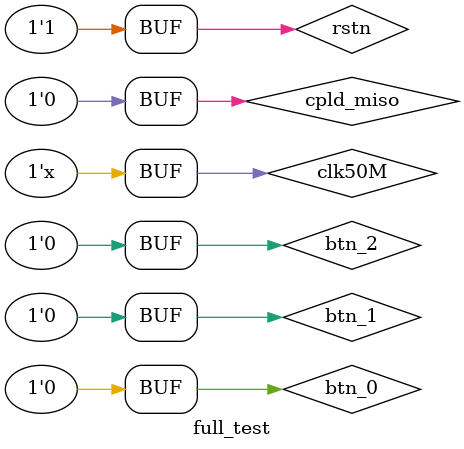
<source format=v>
`timescale 1ns / 1ps

module full_test;

	// Inputs
	reg rstn;
	reg clk50M;
	reg btn_0;
	reg btn_1;
	reg btn_2;
	reg cpld_miso;

	// Outputs
	wire cpld_mosi;
	wire cpld_jtagen;
	wire cpld_rstn;
	wire cpld_clk;
	wire cpld_load;
	wire [17:0] mem_addr;
	wire mem_wen;
	wire mem_lbn;
	wire mem_ubn;
	wire sram_oen;
	wire sram_csn;
	wire sdram_csn;
	wire [16:4] aio;

	// Bidirs
	wire [15:0] mem_data;

	// Instantiate the Unit Under Test (UUT)
	top_level uut (
		.rstn(rstn), 
		.clk50M(clk50M), 
		.btn_0(btn_0), 
		.btn_1(btn_1), 
		.btn_2(btn_2), 
		.cpld_miso(cpld_miso), 
		.cpld_mosi(cpld_mosi), 
		.cpld_jtagen(cpld_jtagen), 
		.cpld_rstn(cpld_rstn), 
		.cpld_clk(cpld_clk), 
		.cpld_load(cpld_load), 
		.mem_addr(mem_addr), 
		.mem_data(mem_data), 
		.mem_wen(mem_wen), 
		.mem_lbn(mem_lbn), 
		.mem_ubn(mem_ubn), 
		.sram_oen(sram_oen), 
		.sram_csn(sram_csn), 
		.sdram_csn(sdram_csn), 
		.aio(aio)
	);

	initial begin
		// Initialize Inputs
		rstn = 0;
		clk50M = 0;
		btn_0 = 0;
		btn_1 = 0;
		btn_2 = 0;
		cpld_miso = 0;

		// Wait 100 ns for global reset to finish
		#100;
		rstn = 1;
        
		// Add stimulus here

	end

	always #10
		clk50M <= ~clk50M;
      
endmodule


</source>
